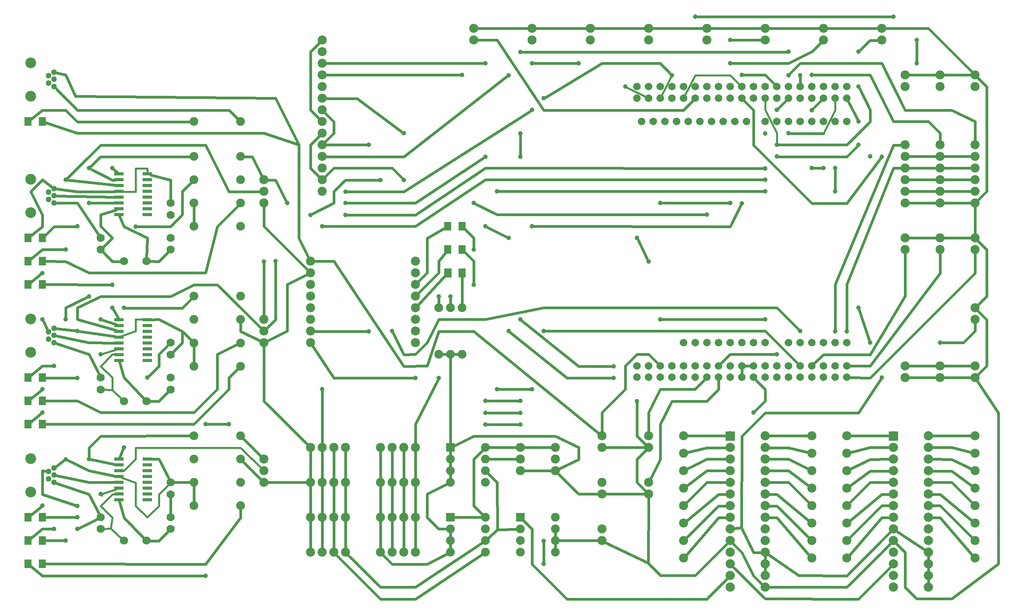
<source format=gtl>
G04 MADE WITH FRITZING*
G04 WWW.FRITZING.ORG*
G04 DOUBLE SIDED*
G04 HOLES PLATED*
G04 CONTOUR ON CENTER OF CONTOUR VECTOR*
%ASAXBY*%
%FSLAX23Y23*%
%MOIN*%
%OFA0B0*%
%SFA1.0B1.0*%
%ADD10C,0.039370*%
%ADD11C,0.078000*%
%ADD12C,0.079370*%
%ADD13C,0.075000*%
%ADD14C,0.065278*%
%ADD15C,0.077778*%
%ADD16C,0.049370*%
%ADD17C,0.092677*%
%ADD18C,0.070925*%
%ADD19C,0.070866*%
%ADD20C,0.070000*%
%ADD21R,0.079370X0.079370*%
%ADD22R,0.075000X0.075000*%
%ADD23R,0.080000X0.026000*%
%ADD24R,0.062992X0.074803*%
%ADD25C,0.024000*%
%ADD26C,0.016000*%
%LNCOPPER1*%
G90*
G70*
G54D10*
X518Y819D03*
X418Y619D03*
X918Y1419D03*
X618Y1319D03*
X318Y719D03*
X518Y719D03*
X518Y918D03*
X718Y1019D03*
X1617Y317D03*
X419Y1318D03*
X218Y919D03*
X7920Y2320D03*
X3919Y2817D03*
X3718Y2718D03*
X3919Y3119D03*
X3618Y2718D03*
X6318Y1719D03*
X6518Y2219D03*
X5319Y1818D03*
X2618Y1919D03*
X3620Y2018D03*
X3417Y2017D03*
X4518Y2419D03*
X6718Y2419D03*
X3218Y2419D03*
X3018Y2418D03*
X5517Y2519D03*
X6418Y2519D03*
X7318Y2319D03*
X7418Y2019D03*
X7220Y2619D03*
X7018Y2418D03*
X7119Y2418D03*
X6818Y4619D03*
X7419Y3918D03*
X7718Y4719D03*
X7718Y4919D03*
X7218Y4519D03*
X7220Y4819D03*
X4518Y4419D03*
X4418Y4319D03*
X5619Y4618D03*
X5218Y4519D03*
X4818Y4719D03*
X4418Y4719D03*
X4218Y4618D03*
X5119Y2018D03*
X4218Y2419D03*
X3018Y4019D03*
X4318Y2519D03*
X5119Y2118D03*
X4218Y3219D03*
X4018Y3319D03*
X3317Y3718D03*
X6518Y4019D03*
X7318Y3919D03*
X7219Y4219D03*
X7218Y4019D03*
X6518Y3919D03*
X6418Y3818D03*
X2119Y3018D03*
X2819Y3418D03*
X6618Y4119D03*
X6418Y3719D03*
X2218Y3019D03*
X2617Y3319D03*
X818Y2619D03*
X718Y2519D03*
X619Y2718D03*
X519Y2018D03*
X519Y2419D03*
X318Y2119D03*
X718Y2219D03*
X218Y2519D03*
X418Y2519D03*
X218Y1919D03*
X1118Y2019D03*
X218Y1719D03*
X1618Y1619D03*
X1818Y1619D03*
X418Y3719D03*
X218Y2918D03*
X618Y3519D03*
X818Y3819D03*
X918Y2619D03*
X818Y2818D03*
X1018Y3318D03*
X518Y3319D03*
X618Y3819D03*
X418Y3119D03*
X4019Y4719D03*
X4318Y4818D03*
X6718Y4618D03*
X6618Y4819D03*
X6618Y4618D03*
X6218Y4619D03*
X6118Y4919D03*
X5818Y5119D03*
X7519Y5119D03*
X6118Y4719D03*
X2818Y3519D03*
X4019Y3918D03*
X5518Y3519D03*
X6118Y3519D03*
X5318Y3219D03*
X5419Y3018D03*
X4019Y1618D03*
X4318Y1618D03*
X4318Y1718D03*
X4019Y1718D03*
X4019Y1819D03*
X4318Y1819D03*
X4118Y1919D03*
X4418Y1919D03*
X7018Y3819D03*
X7018Y3619D03*
X5918Y3419D03*
X3919Y3519D03*
X3119Y3718D03*
X2819Y3618D03*
X2318Y3519D03*
X2519Y3418D03*
X6918Y3819D03*
X6819Y3819D03*
X6418Y3619D03*
X3318Y4119D03*
X4118Y3619D03*
X6819Y4318D03*
X6518Y4319D03*
X6418Y4118D03*
X6218Y3518D03*
X4319Y3918D03*
X4418Y3319D03*
X4319Y4118D03*
X3818Y4619D03*
X4518Y419D03*
X4518Y618D03*
G54D11*
X7918Y4019D03*
X7918Y3919D03*
X7918Y3819D03*
X7918Y3719D03*
X7918Y3619D03*
X7918Y3519D03*
X8218Y4019D03*
X8218Y3919D03*
X8218Y3819D03*
X8218Y3719D03*
X8218Y3619D03*
X8218Y3519D03*
X7618Y4019D03*
X7618Y3919D03*
X7618Y3819D03*
X7618Y3719D03*
X7618Y3619D03*
X7618Y3519D03*
X2118Y1319D03*
X2118Y1219D03*
X2118Y1119D03*
X2118Y2519D03*
X2118Y2419D03*
X2118Y2319D03*
X2118Y3719D03*
X2118Y3619D03*
X2118Y3519D03*
X2618Y4919D03*
X2618Y4819D03*
X2618Y4719D03*
X2618Y4619D03*
X2618Y4519D03*
X2618Y4419D03*
X2618Y4319D03*
X2618Y4219D03*
X2618Y4119D03*
X2618Y4019D03*
X2618Y3919D03*
X2618Y3819D03*
X2618Y3719D03*
X2618Y3619D03*
X5418Y4919D03*
X5418Y5019D03*
X7918Y4519D03*
X7918Y4619D03*
X8218Y3119D03*
X8218Y3219D03*
X8218Y4519D03*
X8218Y4619D03*
X7918Y3119D03*
X7918Y3219D03*
X6418Y4919D03*
X6418Y5019D03*
X7418Y4919D03*
X7418Y5019D03*
X7618Y4519D03*
X7618Y4619D03*
X8218Y2519D03*
X8218Y2619D03*
X5418Y1119D03*
X5418Y1019D03*
X5418Y1519D03*
X5418Y1419D03*
X5918Y4919D03*
X5918Y5019D03*
X4918Y4919D03*
X4918Y5019D03*
X6918Y4919D03*
X6918Y5019D03*
X4418Y4919D03*
X4418Y5019D03*
X3918Y4919D03*
X3918Y5019D03*
G54D12*
X7518Y1519D03*
X7818Y1519D03*
X7518Y1419D03*
X7818Y1419D03*
X7518Y1319D03*
X7818Y1319D03*
X7518Y1219D03*
X7818Y1219D03*
X7518Y1119D03*
X7818Y1119D03*
X7518Y1019D03*
X7818Y1019D03*
X7518Y919D03*
X7818Y919D03*
X7518Y819D03*
X7818Y819D03*
X7518Y719D03*
X7818Y719D03*
X7518Y619D03*
X7818Y619D03*
X7518Y519D03*
X7818Y519D03*
X7518Y419D03*
X7818Y419D03*
X7518Y319D03*
X7818Y319D03*
X7518Y219D03*
X7818Y219D03*
X6118Y1519D03*
X6418Y1519D03*
X6118Y1419D03*
X6418Y1419D03*
X6118Y1319D03*
X6418Y1319D03*
X6118Y1219D03*
X6418Y1219D03*
X6118Y1119D03*
X6418Y1119D03*
X6118Y1019D03*
X6418Y1019D03*
X6118Y919D03*
X6418Y919D03*
X6118Y819D03*
X6418Y819D03*
X6118Y719D03*
X6418Y719D03*
X6118Y619D03*
X6418Y619D03*
X6118Y519D03*
X6418Y519D03*
X6118Y419D03*
X6418Y419D03*
X6118Y319D03*
X6418Y319D03*
X6118Y219D03*
X6418Y219D03*
G54D11*
X8218Y1519D03*
X8218Y1369D03*
X8218Y1219D03*
X8218Y1069D03*
X8218Y919D03*
X8218Y769D03*
X8218Y619D03*
X8218Y469D03*
X7118Y1519D03*
X7118Y1369D03*
X7118Y1219D03*
X7118Y1069D03*
X7118Y919D03*
X7118Y769D03*
X7118Y619D03*
X7118Y469D03*
X6818Y1519D03*
X6818Y1369D03*
X6818Y1219D03*
X6818Y1069D03*
X6818Y919D03*
X6818Y769D03*
X6818Y619D03*
X6818Y469D03*
X5718Y1519D03*
X5718Y1369D03*
X5718Y1219D03*
X5718Y1069D03*
X5718Y919D03*
X5718Y769D03*
X5718Y619D03*
X5718Y469D03*
G54D13*
X4318Y819D03*
X4618Y819D03*
X4318Y719D03*
X4618Y719D03*
X4318Y619D03*
X4618Y619D03*
X4318Y519D03*
X4618Y519D03*
X3718Y819D03*
X4018Y819D03*
X3718Y719D03*
X4018Y719D03*
X3718Y619D03*
X4018Y619D03*
X3718Y519D03*
X4018Y519D03*
X3718Y1419D03*
X4018Y1419D03*
X3718Y1319D03*
X4018Y1319D03*
X3718Y1219D03*
X4018Y1219D03*
X3718Y1119D03*
X4018Y1119D03*
G54D11*
X4618Y1419D03*
X4618Y1319D03*
X4618Y1219D03*
X4318Y1419D03*
X4318Y1319D03*
X4318Y1219D03*
X7618Y3119D03*
X7618Y3219D03*
G54D13*
X3618Y2619D03*
X3618Y2219D03*
X3718Y2619D03*
X3718Y2219D03*
X3818Y2619D03*
X3818Y2219D03*
X1518Y4219D03*
X1918Y4219D03*
G54D11*
X7618Y2119D03*
X7618Y2019D03*
X8218Y2119D03*
X8218Y2019D03*
X7918Y2119D03*
X7918Y2019D03*
X5018Y719D03*
X5018Y619D03*
X5018Y1119D03*
X5018Y1019D03*
X5018Y1519D03*
X5018Y1419D03*
G54D14*
X6717Y2319D03*
X6817Y2319D03*
X6917Y2319D03*
X7017Y2319D03*
X7117Y2319D03*
X6257Y4219D03*
X6157Y4219D03*
X6057Y4219D03*
X5957Y4219D03*
X5857Y4219D03*
X5757Y4219D03*
X5657Y4219D03*
X5557Y4219D03*
X5457Y4219D03*
X5357Y4219D03*
X7117Y4219D03*
X7017Y4219D03*
X6917Y4219D03*
X6817Y4219D03*
X6717Y4219D03*
X6617Y4219D03*
X6517Y4219D03*
X6417Y4219D03*
X5817Y2319D03*
X5717Y2319D03*
X5917Y2319D03*
X6017Y2319D03*
X6117Y2319D03*
X6217Y2319D03*
X6317Y2319D03*
X6417Y2319D03*
X6617Y2319D03*
X5318Y2120D03*
X5418Y2120D03*
X5518Y2120D03*
X5618Y2120D03*
X5718Y2120D03*
X5818Y2120D03*
X5918Y2120D03*
X6018Y2120D03*
X6118Y2120D03*
X6218Y2120D03*
X6318Y2120D03*
X6418Y2120D03*
X6518Y2120D03*
X6618Y2120D03*
X6718Y2120D03*
X6818Y2120D03*
X6918Y2120D03*
X7018Y2120D03*
X7118Y2120D03*
X5318Y2022D03*
X5418Y2022D03*
X5518Y2022D03*
X5618Y2022D03*
X5718Y2022D03*
X5818Y2022D03*
X5918Y2022D03*
X6018Y2022D03*
X6118Y2022D03*
X6218Y2022D03*
X6318Y2022D03*
X6418Y2022D03*
X6518Y2022D03*
X6618Y2022D03*
X6718Y2022D03*
X6818Y2022D03*
X6918Y2022D03*
X7018Y2022D03*
X7118Y2022D03*
X5318Y4520D03*
X5418Y4520D03*
X5518Y4520D03*
X5618Y4520D03*
X5718Y4520D03*
X5818Y4520D03*
X5918Y4520D03*
X6018Y4520D03*
X6118Y4520D03*
X6218Y4520D03*
X6318Y4520D03*
X6418Y4520D03*
X6518Y4520D03*
X6618Y4520D03*
X6718Y4520D03*
X6818Y4520D03*
X6918Y4520D03*
X7018Y4520D03*
X7118Y4520D03*
X5318Y4419D03*
X5418Y4419D03*
X5518Y4419D03*
X5618Y4419D03*
X5718Y4419D03*
X5818Y4419D03*
X5918Y4419D03*
X6018Y4419D03*
X6118Y4419D03*
X6218Y4419D03*
X6318Y4419D03*
X6418Y4419D03*
X6518Y4419D03*
X6618Y4419D03*
X6718Y4419D03*
X6818Y4419D03*
X6918Y4419D03*
X7018Y4419D03*
X7118Y4419D03*
G54D15*
X3418Y2319D03*
X3418Y2419D03*
X3418Y2519D03*
X3418Y2619D03*
X3418Y2719D03*
X3418Y2819D03*
X3418Y2919D03*
X3418Y3019D03*
X2518Y3019D03*
X2518Y2919D03*
X2518Y2819D03*
X2518Y2719D03*
X2518Y2619D03*
X2518Y2519D03*
X2518Y2419D03*
X2518Y2319D03*
G54D16*
X318Y1244D03*
X318Y1182D03*
X318Y1119D03*
X271Y1213D03*
X271Y1150D03*
G54D17*
X117Y1038D03*
X117Y1325D03*
G54D16*
X318Y2444D03*
X318Y2382D03*
X318Y2319D03*
X271Y2413D03*
X271Y2350D03*
G54D17*
X117Y2238D03*
X117Y2525D03*
G54D16*
X318Y3644D03*
X318Y3582D03*
X318Y3519D03*
X271Y3613D03*
X271Y3550D03*
G54D17*
X117Y3438D03*
X117Y3725D03*
G54D16*
X318Y4644D03*
X318Y4582D03*
X318Y4519D03*
X271Y4613D03*
X271Y4550D03*
G54D17*
X117Y4438D03*
X117Y4725D03*
G54D11*
X2818Y519D03*
X2718Y519D03*
X2618Y519D03*
X2518Y519D03*
X3418Y519D03*
X3318Y519D03*
X3218Y519D03*
X3118Y519D03*
X2818Y819D03*
X2718Y819D03*
X2618Y819D03*
X2518Y819D03*
X3418Y819D03*
X3318Y819D03*
X3218Y819D03*
X3118Y819D03*
X2818Y1119D03*
X2718Y1119D03*
X2618Y1119D03*
X2518Y1119D03*
X3418Y1119D03*
X3318Y1119D03*
X3218Y1119D03*
X3118Y1119D03*
X2818Y1419D03*
X2718Y1419D03*
X2618Y1419D03*
X2518Y1419D03*
X3418Y1419D03*
X3318Y1419D03*
X3218Y1419D03*
X3118Y1419D03*
G54D18*
X1111Y619D03*
G54D19*
X918Y619D03*
G54D18*
X1112Y1818D03*
G54D19*
X918Y1818D03*
G54D18*
X1112Y3019D03*
G54D19*
X918Y3019D03*
G54D20*
X1318Y1018D03*
X1318Y1119D03*
X718Y819D03*
X718Y719D03*
X1318Y819D03*
X1318Y719D03*
X1318Y2319D03*
X1318Y2218D03*
X1318Y2019D03*
X1318Y1918D03*
X718Y2019D03*
X718Y1918D03*
X1318Y3418D03*
X1318Y3519D03*
X1318Y3219D03*
X1318Y3119D03*
X718Y3219D03*
X718Y3119D03*
G54D13*
X1518Y1319D03*
X1918Y1319D03*
X1518Y2519D03*
X1918Y2519D03*
X1518Y3719D03*
X1918Y3719D03*
X1518Y1519D03*
X1918Y1519D03*
X1518Y2719D03*
X1918Y2719D03*
X1518Y3919D03*
X1918Y3919D03*
X1518Y1119D03*
X1918Y1119D03*
X1518Y2318D03*
X1918Y2318D03*
X1518Y3519D03*
X1918Y3519D03*
X1518Y919D03*
X1918Y919D03*
X1518Y2118D03*
X1918Y2118D03*
X1518Y3319D03*
X1918Y3319D03*
G54D21*
X7518Y1518D03*
X6118Y1518D03*
G54D22*
X4318Y819D03*
X3718Y819D03*
X3718Y1419D03*
G54D23*
X876Y1319D03*
X876Y1269D03*
X876Y1219D03*
X876Y1169D03*
X876Y1119D03*
X876Y1069D03*
X876Y1019D03*
X876Y969D03*
X1118Y969D03*
X1118Y1019D03*
X1118Y1069D03*
X1118Y1119D03*
X1118Y1169D03*
X1118Y1219D03*
X1118Y1269D03*
X1118Y1319D03*
X876Y2518D03*
X876Y2468D03*
X876Y2418D03*
X876Y2368D03*
X876Y2318D03*
X876Y2268D03*
X876Y2218D03*
X876Y2168D03*
X1118Y2168D03*
X1118Y2218D03*
X1118Y2268D03*
X1118Y2318D03*
X1118Y2368D03*
X1118Y2418D03*
X1118Y2468D03*
X1118Y2518D03*
X876Y3769D03*
X876Y3719D03*
X876Y3669D03*
X876Y3619D03*
X876Y3569D03*
X876Y3519D03*
X876Y3469D03*
X876Y3419D03*
X1118Y3419D03*
X1118Y3469D03*
X1118Y3519D03*
X1118Y3569D03*
X1118Y3619D03*
X1118Y3669D03*
X1118Y3719D03*
X1118Y3769D03*
G54D24*
X218Y819D03*
X96Y819D03*
X96Y619D03*
X218Y619D03*
X96Y419D03*
X218Y419D03*
X96Y1819D03*
X218Y1819D03*
X3818Y3319D03*
X3696Y3319D03*
X3818Y3119D03*
X3696Y3119D03*
X96Y4219D03*
X218Y4219D03*
X218Y2019D03*
X96Y2019D03*
X96Y1619D03*
X218Y1619D03*
X96Y2819D03*
X218Y2819D03*
X96Y3019D03*
X218Y3019D03*
X218Y3219D03*
X96Y3219D03*
G54D25*
X8188Y2119D02*
X7948Y2119D01*
D02*
X7888Y3519D02*
X7648Y3519D01*
D02*
X8188Y3219D02*
X7948Y3219D01*
D02*
X7888Y3219D02*
X7648Y3219D01*
D02*
X7648Y2019D02*
X7888Y2019D01*
D02*
X8319Y3119D02*
X8319Y2718D01*
D02*
X8319Y2718D02*
X8240Y2640D01*
D02*
X8240Y3197D02*
X8319Y3119D01*
D02*
X8188Y2019D02*
X7948Y2019D01*
D02*
X8319Y2518D02*
X8240Y2597D01*
D02*
X8319Y2119D02*
X8319Y2518D01*
D02*
X8240Y2040D02*
X8319Y2119D01*
D02*
X7648Y2119D02*
X7888Y2119D01*
D02*
X8188Y4619D02*
X7948Y4619D01*
D02*
X7888Y4619D02*
X7648Y4619D01*
D02*
X7388Y5019D02*
X6948Y5019D01*
D02*
X6888Y5019D02*
X6448Y5019D01*
D02*
X8218Y3249D02*
X8218Y3488D01*
D02*
X8188Y3519D02*
X7948Y3519D01*
D02*
X8235Y1993D02*
X8419Y1717D01*
D02*
X7618Y218D02*
X7619Y519D01*
D02*
X7619Y519D02*
X7540Y597D01*
D02*
X7718Y119D02*
X7618Y218D01*
D02*
X8018Y119D02*
X7718Y119D01*
D02*
X8419Y419D02*
X8018Y119D01*
D02*
X7119Y219D02*
X7418Y518D01*
D02*
X7418Y518D02*
X7496Y597D01*
D02*
X8018Y1217D02*
X7849Y1218D01*
D02*
X8194Y1086D02*
X8018Y1217D01*
D02*
X8018Y1318D02*
X7849Y1319D01*
D02*
X8191Y1232D02*
X8018Y1318D01*
D02*
X8018Y1420D02*
X7849Y1419D01*
D02*
X8189Y1376D02*
X8018Y1420D01*
D02*
X8188Y1519D02*
X7849Y1519D01*
D02*
X7017Y219D02*
X7119Y219D01*
D02*
X6449Y219D02*
X7017Y219D01*
D02*
X8419Y1717D02*
X8419Y419D01*
D02*
X8319Y3620D02*
X8318Y4520D01*
D02*
X8318Y4520D02*
X8240Y4597D01*
D02*
X8239Y3540D02*
X8319Y3620D01*
D02*
X7818Y5019D02*
X7448Y5019D01*
D02*
X8197Y4640D02*
X7818Y5019D01*
D02*
X7318Y1119D02*
X7140Y940D01*
D02*
X7487Y1119D02*
X7318Y1119D01*
D02*
X7318Y1217D02*
X7142Y1087D01*
D02*
X7487Y1218D02*
X7318Y1217D01*
D02*
X7318Y1318D02*
X7145Y1232D01*
D02*
X7487Y1319D02*
X7318Y1318D01*
D02*
X7318Y1420D02*
X7147Y1376D01*
D02*
X7487Y1419D02*
X7318Y1420D01*
D02*
X7148Y1519D02*
X7487Y1519D01*
D02*
X7917Y818D02*
X7849Y818D01*
D02*
X8199Y491D02*
X7917Y818D01*
D02*
X7917Y919D02*
X7849Y919D01*
D02*
X8197Y640D02*
X7917Y919D01*
D02*
X7918Y1018D02*
X7849Y1018D01*
D02*
X8195Y788D02*
X7918Y1018D01*
D02*
X8018Y1119D02*
X7849Y1119D01*
D02*
X8197Y940D02*
X8018Y1119D01*
D02*
X6706Y320D02*
X6444Y501D01*
D02*
X7496Y697D02*
X7418Y619D01*
D02*
X7119Y317D02*
X6706Y320D01*
D02*
X7418Y619D02*
X7119Y317D01*
D02*
X7419Y818D02*
X7487Y818D01*
D02*
X7138Y491D02*
X7419Y818D01*
D02*
X7419Y919D02*
X7487Y919D01*
D02*
X7140Y640D02*
X7419Y919D01*
D02*
X7818Y249D02*
X7818Y288D01*
D02*
X7818Y349D02*
X7818Y388D01*
D02*
X7818Y449D02*
X7818Y488D01*
D02*
X7418Y1018D02*
X7141Y788D01*
D02*
X7487Y1018D02*
X7418Y1018D01*
D02*
X6519Y1018D02*
X6449Y1018D01*
D02*
X6795Y788D02*
X6519Y1018D01*
D02*
X6619Y1119D02*
X6449Y1119D01*
D02*
X6797Y940D02*
X6619Y1119D01*
D02*
X6619Y1219D02*
X6449Y1219D01*
D02*
X6794Y1087D02*
X6619Y1219D01*
D02*
X6619Y1320D02*
X6449Y1319D01*
D02*
X6791Y1232D02*
X6619Y1320D01*
D02*
X6619Y1418D02*
X6449Y1418D01*
D02*
X6789Y1376D02*
X6619Y1418D01*
D02*
X6788Y1519D02*
X6449Y1519D01*
D02*
X6019Y1018D02*
X5741Y788D01*
D02*
X6087Y1018D02*
X6019Y1018D01*
D02*
X5918Y1119D02*
X5740Y940D01*
D02*
X6087Y1119D02*
X5918Y1119D01*
D02*
X5918Y1219D02*
X5742Y1087D01*
D02*
X6087Y1219D02*
X5918Y1219D01*
D02*
X5918Y1320D02*
X5745Y1232D01*
D02*
X6087Y1319D02*
X5918Y1320D01*
D02*
X5918Y1418D02*
X5747Y1376D01*
D02*
X6087Y1418D02*
X5918Y1418D01*
D02*
X6087Y1519D02*
X5748Y1519D01*
D02*
X6519Y817D02*
X6449Y818D01*
D02*
X6799Y491D02*
X6519Y817D01*
D02*
X6519Y918D02*
X6449Y918D01*
D02*
X6797Y640D02*
X6519Y918D01*
D02*
X6396Y240D02*
X6319Y317D01*
D02*
X6087Y818D02*
X6018Y818D01*
D02*
X6217Y518D02*
X6140Y597D01*
D02*
X6018Y818D02*
X5738Y491D01*
D02*
X6319Y317D02*
X6217Y518D01*
D02*
X5817Y319D02*
X5519Y319D01*
D02*
X5519Y319D02*
X5414Y427D01*
D02*
X5414Y427D02*
X5418Y988D01*
D02*
X6096Y597D02*
X5817Y319D01*
D02*
X6019Y918D02*
X5740Y640D01*
D02*
X6087Y918D02*
X6019Y918D01*
D02*
X6418Y449D02*
X6418Y488D01*
D02*
X6318Y518D02*
X6216Y730D01*
D02*
X6216Y730D02*
X6149Y722D01*
D02*
X6387Y518D02*
X6318Y518D01*
D02*
X4418Y418D02*
X4418Y719D01*
D02*
X4418Y719D02*
X4339Y798D01*
D02*
X4719Y118D02*
X4418Y418D01*
D02*
X5917Y118D02*
X4719Y118D01*
D02*
X6096Y297D02*
X5917Y118D01*
D02*
X7219Y118D02*
X7497Y397D01*
D02*
X6418Y119D02*
X7219Y118D01*
D02*
X6140Y397D02*
X6418Y119D01*
D02*
X7793Y536D02*
X7544Y701D01*
D02*
X6418Y349D02*
X6418Y388D01*
D02*
X4640Y1197D02*
X4818Y1019D01*
D02*
X4818Y1019D02*
X4988Y1019D01*
D02*
X5414Y427D02*
X5045Y605D01*
D02*
X5388Y1019D02*
X5048Y1019D01*
D02*
X4647Y619D02*
X4988Y619D01*
D02*
X4618Y647D02*
X4618Y690D01*
D02*
X4618Y547D02*
X4618Y590D01*
D02*
X6018Y1919D02*
X6018Y1990D01*
D02*
X5817Y1919D02*
X5896Y1999D01*
D02*
X5518Y1919D02*
X5817Y1919D01*
D02*
X5518Y1619D02*
X5619Y1818D01*
D02*
X5418Y1549D02*
X5419Y1719D01*
D02*
X5419Y1719D02*
X5518Y1919D01*
D02*
X5518Y1318D02*
X5518Y1619D01*
D02*
X5619Y1818D02*
X5918Y1818D01*
D02*
X5432Y1145D02*
X5518Y1318D01*
D02*
X5918Y1818D02*
X6018Y1919D01*
D02*
X5319Y1320D02*
X5397Y1397D01*
D02*
X5319Y1119D02*
X5319Y1320D01*
D02*
X5397Y1040D02*
X5319Y1119D01*
D02*
X5048Y1419D02*
X5319Y1419D01*
D02*
X5319Y1419D02*
X5388Y1419D01*
D02*
X3718Y647D02*
X3718Y690D01*
D02*
X4588Y1219D02*
X4348Y1219D01*
D02*
X3918Y1319D02*
X3918Y918D01*
D02*
X3918Y918D02*
X3998Y839D01*
D02*
X3998Y1398D02*
X3918Y1319D01*
D02*
X4047Y1319D02*
X4288Y1319D01*
D02*
X4047Y1419D02*
X4288Y1419D01*
D02*
X4348Y1419D02*
X4588Y1419D01*
D02*
X3718Y547D02*
X3718Y590D01*
D02*
X3418Y1088D02*
X3418Y849D01*
D02*
X3418Y788D02*
X3418Y549D01*
D02*
X3790Y2219D02*
X3747Y2219D01*
D02*
X3690Y2219D02*
X3647Y2219D01*
D02*
X3718Y2190D02*
X3718Y1447D01*
D02*
X3718Y1390D02*
X3718Y1347D01*
D02*
X3718Y1290D02*
X3718Y1247D01*
D02*
X3718Y1190D02*
X3718Y1147D01*
D02*
X3118Y549D02*
X3118Y788D01*
D02*
X3418Y118D02*
X3994Y503D01*
D02*
X2818Y788D02*
X2818Y549D01*
D02*
X3118Y219D02*
X3418Y219D01*
D02*
X3418Y219D02*
X3994Y603D01*
D02*
X2840Y497D02*
X3118Y219D01*
D02*
X3118Y1088D02*
X3118Y849D01*
D02*
X2518Y788D02*
X2518Y549D01*
D02*
X2740Y497D02*
X3118Y118D01*
D02*
X3118Y118D02*
X3418Y118D01*
D02*
X3218Y418D02*
X3139Y497D01*
D02*
X3519Y418D02*
X3218Y418D01*
D02*
X3693Y506D02*
X3519Y418D01*
D02*
X4122Y713D02*
X4290Y718D01*
D02*
X4122Y713D02*
X4039Y638D01*
D02*
X4118Y1119D02*
X4122Y713D01*
D02*
X4038Y1198D02*
X4118Y1119D01*
D02*
X2818Y1388D02*
X2818Y1218D01*
D02*
X2818Y1218D02*
X2818Y1149D01*
D02*
X2818Y1088D02*
X2818Y849D01*
D02*
X2718Y549D02*
X2718Y788D01*
D02*
X2718Y849D02*
X2718Y1088D01*
D02*
X2718Y1149D02*
X2718Y1388D01*
D02*
X2518Y1388D02*
X2518Y1149D01*
D02*
X2518Y1088D02*
X2518Y849D01*
D02*
X3118Y1388D02*
X3118Y1149D01*
D02*
X3418Y1388D02*
X3418Y1149D01*
D02*
X3318Y549D02*
X3318Y788D01*
D02*
X3318Y849D02*
X3318Y1088D01*
D02*
X3318Y1149D02*
X3318Y1388D01*
D02*
X3218Y549D02*
X3218Y788D01*
D02*
X3218Y849D02*
X3218Y1088D01*
D02*
X3218Y1149D02*
X3218Y1388D01*
D02*
X2618Y549D02*
X2618Y788D01*
D02*
X2618Y849D02*
X2618Y1088D01*
D02*
X2618Y1149D02*
X2618Y1388D01*
D02*
X3519Y818D02*
X3618Y719D01*
D02*
X3519Y1019D02*
X3519Y818D01*
D02*
X3693Y1106D02*
X3519Y1019D01*
D02*
X3618Y719D02*
X3690Y719D01*
D02*
X3990Y819D02*
X3747Y819D01*
D02*
X1318Y992D02*
X1318Y845D01*
D02*
X1219Y618D02*
X1138Y618D01*
D02*
X1300Y700D02*
X1219Y618D01*
D02*
X2097Y1140D02*
X1938Y1298D01*
D02*
X2119Y1818D02*
X2118Y2288D01*
D02*
X2497Y1440D02*
X2119Y1818D01*
D02*
X2488Y1119D02*
X2148Y1119D01*
D02*
X4818Y1419D02*
X4818Y1318D01*
D02*
X4818Y1318D02*
X4645Y1232D01*
D02*
X4619Y1518D02*
X4818Y1419D01*
D02*
X3919Y1518D02*
X4619Y1518D01*
D02*
X3744Y1431D02*
X3919Y1518D01*
D02*
X1490Y1119D02*
X1344Y1119D01*
D02*
X1518Y1090D02*
X1518Y947D01*
G54D26*
D02*
X804Y724D02*
X739Y720D01*
D02*
X818Y1018D02*
X718Y918D01*
D02*
X718Y918D02*
X818Y818D01*
D02*
X818Y818D02*
X804Y724D01*
D02*
X804Y724D02*
X903Y633D01*
D02*
X842Y1018D02*
X818Y1018D01*
G54D25*
D02*
X878Y961D02*
X919Y818D01*
D02*
X919Y818D02*
X1093Y638D01*
D02*
X403Y1307D02*
X341Y1261D01*
D02*
X618Y1219D02*
X436Y1310D01*
D02*
X842Y1175D02*
X618Y1219D01*
D02*
X1218Y1319D02*
X1307Y1142D01*
D02*
X1153Y1319D02*
X1218Y1319D01*
D02*
X2097Y1340D02*
X1938Y1498D01*
D02*
X618Y1338D02*
X618Y1418D01*
D02*
X618Y1418D02*
X718Y1518D01*
D02*
X718Y1518D02*
X1490Y1519D01*
D02*
X842Y1275D02*
X636Y1316D01*
D02*
X618Y1018D02*
X345Y1110D01*
D02*
X707Y842D02*
X618Y1018D01*
D02*
X346Y1176D02*
X618Y1119D01*
D02*
X618Y1119D02*
X842Y1119D01*
D02*
X910Y1401D02*
X879Y1326D01*
D02*
X399Y619D02*
X244Y619D01*
D02*
X499Y819D02*
X244Y819D01*
D02*
X1618Y418D02*
X244Y419D01*
D02*
X1918Y818D02*
X1618Y418D01*
D02*
X1918Y890D02*
X1918Y818D01*
D02*
X217Y719D02*
X122Y640D01*
D02*
X299Y719D02*
X217Y719D01*
D02*
X218Y1118D02*
X218Y1219D01*
D02*
X218Y1219D02*
X243Y1216D01*
D02*
X218Y1018D02*
X218Y1118D01*
D02*
X500Y924D02*
X218Y1018D01*
D02*
X695Y807D02*
X535Y727D01*
G54D26*
D02*
X1018Y1319D02*
X918Y1219D01*
G54D25*
D02*
X7318Y2018D02*
X7149Y2021D01*
D02*
X8219Y2918D02*
X7318Y2018D01*
D02*
X122Y840D02*
X204Y906D01*
G54D26*
D02*
X1918Y1418D02*
X1718Y1418D01*
D02*
X918Y1219D02*
X911Y1219D01*
D02*
X1718Y1418D02*
X1318Y1418D01*
D02*
X1318Y1418D02*
X1019Y1418D01*
D02*
X1019Y1418D02*
X1018Y1319D01*
D02*
X2101Y1236D02*
X1918Y1418D01*
G54D25*
D02*
X218Y317D02*
X122Y397D01*
D02*
X1598Y317D02*
X218Y317D01*
D02*
X8218Y2420D02*
X8118Y2320D01*
D02*
X8218Y2488D02*
X8218Y2420D01*
D02*
X6918Y2218D02*
X6840Y2142D01*
D02*
X7318Y2218D02*
X6918Y2218D01*
D02*
X7618Y3088D02*
X7619Y2719D01*
D02*
X7619Y2719D02*
X7318Y2218D01*
D02*
X7920Y2918D02*
X7318Y2119D01*
D02*
X7918Y3088D02*
X7920Y2918D01*
D02*
X7318Y2119D02*
X7149Y2120D01*
D02*
X8218Y3088D02*
X8219Y2918D01*
D02*
X4388Y5019D02*
X3948Y5019D01*
D02*
X8188Y3919D02*
X7948Y3919D01*
D02*
X7888Y3919D02*
X7648Y3919D01*
D02*
X8188Y3819D02*
X7948Y3819D01*
D02*
X7888Y3819D02*
X7648Y3819D01*
D02*
X8188Y3719D02*
X7948Y3719D01*
D02*
X7888Y3719D02*
X7648Y3719D01*
D02*
X8188Y3619D02*
X7948Y3619D01*
D02*
X7888Y3619D02*
X7648Y3619D01*
D02*
X8118Y2320D02*
X7939Y2320D01*
D02*
X3919Y3218D02*
X3844Y3293D01*
D02*
X3919Y3137D02*
X3919Y3218D01*
D02*
X3618Y2647D02*
X3618Y2699D01*
D02*
X3718Y2699D02*
X3718Y2647D01*
D02*
X3919Y3019D02*
X3919Y2836D01*
D02*
X3844Y3093D02*
X3919Y3019D01*
D02*
X3818Y2887D02*
X3818Y2647D01*
D02*
X6388Y5019D02*
X5948Y5019D01*
D02*
X5888Y5019D02*
X5448Y5019D01*
D02*
X5388Y5019D02*
X4948Y5019D01*
D02*
X4888Y5019D02*
X4448Y5019D01*
D02*
X418Y4619D02*
X345Y4638D01*
D02*
X2419Y3217D02*
X2505Y3045D01*
D02*
X518Y4318D02*
X338Y4499D01*
D02*
X1819Y4318D02*
X518Y4318D01*
D02*
X1898Y4239D02*
X1819Y4318D01*
D02*
X501Y4437D02*
X418Y4619D01*
D02*
X501Y4437D02*
X2219Y4420D01*
D02*
X2219Y4420D02*
X2419Y4019D01*
D02*
X2419Y4019D02*
X2419Y3217D01*
D02*
X2317Y2419D02*
X2317Y2819D01*
D02*
X2317Y2819D02*
X2492Y2906D01*
D02*
X2145Y2332D02*
X2317Y2419D01*
D02*
X2118Y3319D02*
X2118Y3488D01*
D02*
X2498Y2939D02*
X2118Y3319D01*
D02*
X3438Y2640D02*
X3670Y2891D01*
D02*
X3618Y3019D02*
X3618Y2919D01*
D02*
X3618Y2919D02*
X3439Y2739D01*
D02*
X3671Y3087D02*
X3618Y3019D01*
D02*
X3519Y3218D02*
X3670Y3304D01*
D02*
X3519Y2919D02*
X3519Y3218D01*
D02*
X3439Y2839D02*
X3519Y2919D01*
G54D26*
D02*
X818Y2019D02*
X718Y2118D01*
D02*
X718Y2118D02*
X818Y2219D01*
D02*
X818Y2219D02*
X842Y2219D01*
D02*
X820Y1913D02*
X818Y2019D01*
D02*
X903Y1833D02*
X820Y1913D01*
D02*
X820Y1913D02*
X739Y1917D01*
G54D25*
D02*
X1300Y1900D02*
X1219Y1818D01*
D02*
X1219Y1818D02*
X1138Y1818D01*
D02*
X919Y2020D02*
X878Y2161D01*
D02*
X1093Y1838D02*
X919Y2020D01*
D02*
X218Y4318D02*
X122Y4240D01*
D02*
X417Y4318D02*
X218Y4318D01*
D02*
X518Y4217D02*
X417Y4318D01*
D02*
X1490Y4218D02*
X518Y4217D01*
D02*
X518Y4119D02*
X244Y4210D01*
D02*
X2119Y4119D02*
X518Y4119D01*
D02*
X2419Y4019D02*
X2119Y4119D01*
D02*
X346Y2376D02*
X617Y2320D01*
D02*
X617Y2320D02*
X842Y2318D01*
D02*
X345Y2310D02*
X617Y2219D01*
D02*
X617Y2219D02*
X707Y2042D01*
D02*
X5218Y2119D02*
X5218Y1919D01*
D02*
X5218Y1919D02*
X5018Y1719D01*
D02*
X3518Y2119D02*
X3618Y2418D01*
D02*
X6418Y1918D02*
X6418Y1819D01*
D02*
X6418Y1819D02*
X6332Y1732D01*
D02*
X6340Y1999D02*
X6418Y1918D01*
D02*
X3918Y2418D02*
X4995Y1538D01*
D02*
X3618Y2418D02*
X3918Y2418D01*
D02*
X3317Y2118D02*
X3518Y2119D01*
D02*
X2717Y3019D02*
X3317Y2118D01*
D02*
X2547Y3019D02*
X2717Y3019D01*
D02*
X5419Y2219D02*
X5319Y2219D01*
D02*
X5319Y2219D02*
X5218Y2119D01*
D02*
X5496Y2142D02*
X5419Y2219D01*
D02*
X5018Y1719D02*
X5018Y1549D01*
D02*
X6040Y2142D02*
X6118Y2219D01*
D02*
X6118Y2219D02*
X6499Y2219D01*
D02*
X2519Y4820D02*
X2597Y4897D01*
D02*
X2519Y4318D02*
X2519Y4820D01*
D02*
X2597Y4240D02*
X2519Y4318D01*
D02*
X6218Y2053D02*
X6218Y2088D01*
D02*
X6287Y2120D02*
X6249Y2120D01*
D02*
X5319Y1518D02*
X5319Y1799D01*
D02*
X5397Y1440D02*
X5319Y1518D01*
D02*
X6418Y2419D02*
X6696Y2142D01*
D02*
X4537Y2419D02*
X6418Y2419D01*
D02*
X2534Y2294D02*
X2717Y2018D01*
D02*
X2717Y2018D02*
X3398Y2017D01*
D02*
X3611Y2001D02*
X3418Y1619D01*
D02*
X3418Y1619D02*
X3418Y1449D01*
D02*
X2618Y1449D02*
X2618Y1900D01*
D02*
X3518Y2319D02*
X3618Y2519D01*
D02*
X3317Y2218D02*
X3418Y2219D01*
D02*
X3418Y2219D02*
X3518Y2319D01*
D02*
X3618Y2519D02*
X4019Y2519D01*
D02*
X3227Y2401D02*
X3317Y2218D01*
D02*
X4019Y2519D02*
X4518Y2619D01*
D02*
X4518Y2619D02*
X6519Y2619D01*
D02*
X6519Y2619D02*
X6705Y2432D01*
D02*
X2547Y2418D02*
X2999Y2418D01*
D02*
X5536Y2519D02*
X6399Y2519D01*
D02*
X7018Y2819D02*
X7018Y2437D01*
D02*
X7220Y1718D02*
X7408Y2003D01*
D02*
X6418Y1718D02*
X7220Y1718D01*
D02*
X6218Y1518D02*
X6418Y1718D01*
D02*
X6216Y730D02*
X6218Y1518D01*
D02*
X7312Y2337D02*
X7225Y2601D01*
D02*
X6718Y4719D02*
X6631Y4632D01*
D02*
X7319Y4619D02*
X6837Y4619D01*
D02*
X7518Y4219D02*
X7319Y4619D01*
D02*
X7819Y4219D02*
X7518Y4219D01*
D02*
X7919Y4119D02*
X7819Y4219D01*
D02*
X8217Y4219D02*
X8018Y4318D01*
D02*
X7618Y4318D02*
X7419Y4719D01*
D02*
X7419Y4719D02*
X6718Y4719D01*
D02*
X8218Y4049D02*
X8217Y4219D01*
D02*
X8018Y4318D02*
X7618Y4318D01*
D02*
X7519Y3819D02*
X7588Y3819D01*
D02*
X7519Y4018D02*
X7018Y2819D01*
D02*
X7119Y2819D02*
X7519Y3819D01*
D02*
X7119Y2437D02*
X7119Y2819D01*
D02*
X7588Y4018D02*
X7519Y4018D01*
D02*
X7118Y3518D02*
X7407Y3902D01*
D02*
X6317Y4018D02*
X6818Y3518D01*
D02*
X7718Y4738D02*
X7718Y4900D01*
D02*
X4118Y4919D02*
X4518Y4318D01*
D02*
X4518Y4318D02*
X5718Y4318D01*
D02*
X3948Y4919D02*
X4118Y4919D01*
D02*
X5718Y4318D02*
X5796Y4396D01*
D02*
X6818Y3518D02*
X7118Y3518D01*
D02*
X6318Y4318D02*
X6317Y4018D01*
D02*
X6240Y4396D02*
X6318Y4318D01*
D02*
X7918Y4049D02*
X7919Y4119D01*
G54D26*
D02*
X6518Y4019D02*
X6519Y4119D01*
G54D25*
D02*
X2838Y3618D02*
X3318Y3618D01*
D02*
X6918Y4019D02*
X6719Y4019D01*
D02*
X6719Y4019D02*
X6537Y4019D01*
D02*
X7318Y4319D02*
X7318Y4218D01*
G54D26*
D02*
X6519Y4119D02*
X6418Y4319D01*
G54D25*
D02*
X7318Y4218D02*
X7118Y4019D01*
G54D26*
D02*
X6418Y4319D02*
X6418Y4393D01*
G54D25*
D02*
X4535Y4428D02*
X5017Y4719D01*
D02*
X3318Y3618D02*
X4402Y4308D01*
D02*
X5017Y4719D02*
X5518Y4719D01*
D02*
X5518Y4719D02*
X5606Y4631D01*
G54D26*
D02*
X5613Y4606D02*
X5530Y4441D01*
G54D25*
D02*
X6618Y4719D02*
X6137Y4719D01*
D02*
X6897Y4897D02*
X6819Y4819D01*
D02*
X6819Y4819D02*
X6618Y4719D01*
D02*
X7227Y4502D02*
X7318Y4319D01*
D02*
X7118Y4019D02*
X6918Y4019D01*
G54D26*
D02*
X6511Y4030D02*
X6518Y4019D01*
G54D25*
D02*
X7388Y4918D02*
X7318Y4918D01*
D02*
X7318Y4918D02*
X7233Y4832D01*
G54D26*
D02*
X5419Y4419D02*
X5430Y4441D01*
G54D25*
D02*
X4818Y2118D02*
X5100Y2118D01*
D02*
X4718Y2018D02*
X5100Y2018D01*
D02*
X4233Y2407D02*
X4718Y2018D01*
D02*
X2648Y4019D02*
X2999Y4019D01*
D02*
X3318Y3918D02*
X4203Y4606D01*
D02*
X4437Y4719D02*
X4799Y4719D01*
D02*
X2648Y3918D02*
X3318Y3918D01*
G54D26*
D02*
X5230Y4513D02*
X5419Y4419D01*
G54D25*
D02*
X3218Y3819D02*
X3304Y3732D01*
D02*
X2718Y3819D02*
X3218Y3819D01*
D02*
X7118Y3918D02*
X7205Y4005D01*
D02*
X3418Y3418D02*
X4019Y3819D01*
D02*
X2838Y3418D02*
X3418Y3418D01*
D02*
X4019Y3819D02*
X6399Y3818D01*
D02*
X6537Y3918D02*
X7118Y3918D01*
D02*
X2118Y2549D02*
X2119Y2999D01*
D02*
X7211Y4236D02*
X7132Y4391D01*
D02*
X4035Y3310D02*
X4201Y3227D01*
D02*
X4332Y2507D02*
X4818Y2118D01*
D02*
X2640Y3740D02*
X2718Y3819D01*
G54D26*
D02*
X7019Y4318D02*
X7018Y4393D01*
G54D25*
D02*
X1718Y2818D02*
X1917Y2620D01*
D02*
X1917Y2620D02*
X2097Y2440D01*
D02*
X1518Y2818D02*
X1718Y2818D01*
D02*
X1317Y2718D02*
X1518Y2818D01*
D02*
X717Y2718D02*
X1317Y2718D01*
D02*
X519Y2619D02*
X717Y2718D01*
D02*
X519Y2519D02*
X519Y2619D01*
D02*
X850Y2426D02*
X519Y2519D01*
D02*
X1918Y2490D02*
X1917Y2418D01*
D02*
X1917Y2418D02*
X2091Y2332D01*
D02*
X2218Y2518D02*
X2218Y3000D01*
D02*
X2636Y3319D02*
X3418Y3319D01*
D02*
X3418Y3319D02*
X4019Y3719D01*
D02*
X4019Y3719D02*
X6399Y3719D01*
D02*
X2140Y2440D02*
X2218Y2518D01*
G54D26*
D02*
X6918Y4118D02*
X7019Y4318D01*
G54D25*
D02*
X1418Y2319D02*
X1418Y2418D01*
D02*
X828Y2603D02*
X872Y2526D01*
D02*
X1418Y2418D02*
X1498Y2339D01*
D02*
X1337Y2237D02*
X1418Y2319D01*
D02*
X1518Y2147D02*
X1518Y2290D01*
D02*
X1817Y1919D02*
X1519Y1619D01*
D02*
X1717Y2220D02*
X1717Y1919D01*
D02*
X1717Y1919D02*
X1520Y1719D01*
D02*
X1520Y1719D02*
X719Y1719D01*
D02*
X719Y1719D02*
X518Y1819D01*
D02*
X1893Y2306D02*
X1717Y2220D01*
D02*
X518Y1819D02*
X244Y1819D01*
D02*
X1817Y2019D02*
X1817Y1919D01*
D02*
X1898Y2098D02*
X1817Y2019D01*
D02*
X1519Y1619D02*
X244Y1619D01*
D02*
X736Y2513D02*
X853Y2476D01*
D02*
X1219Y2519D02*
X1153Y2518D01*
D02*
X1418Y2418D02*
X1219Y2519D01*
D02*
X500Y2018D02*
X244Y2018D01*
D02*
X346Y2441D02*
X500Y2422D01*
D02*
X537Y2417D02*
X842Y2373D01*
D02*
X217Y2119D02*
X299Y2119D01*
D02*
X204Y1906D02*
X122Y1840D01*
D02*
X418Y2619D02*
X418Y2538D01*
D02*
X602Y2710D02*
X418Y2619D01*
D02*
X259Y2438D02*
X227Y2502D01*
G54D26*
D02*
X731Y2223D02*
X853Y2261D01*
G54D25*
D02*
X122Y2040D02*
X217Y2119D01*
D02*
X818Y3018D02*
X737Y3100D01*
D02*
X1300Y3100D02*
X1219Y3018D01*
D02*
X1219Y3018D02*
X1138Y3019D01*
D02*
X1799Y1619D02*
X1636Y1619D01*
D02*
X203Y1706D02*
X122Y1640D01*
G54D26*
D02*
X1018Y2519D02*
X1019Y2419D01*
D02*
X1084Y2519D02*
X1018Y2519D01*
D02*
X1019Y2419D02*
X897Y2376D01*
G54D25*
D02*
X1219Y2118D02*
X1132Y2033D01*
D02*
X1219Y2219D02*
X1219Y2118D01*
D02*
X1300Y2300D02*
X1219Y2219D01*
D02*
X718Y3319D02*
X818Y3219D01*
D02*
X818Y3219D02*
X737Y3137D01*
D02*
X852Y3461D02*
X718Y3419D01*
D02*
X718Y3419D02*
X718Y3319D01*
D02*
X346Y3519D02*
X518Y3519D01*
D02*
X518Y3519D02*
X704Y3240D01*
D02*
X1518Y3347D02*
X1518Y3490D01*
D02*
X892Y3018D02*
X818Y3018D01*
G54D26*
D02*
X1018Y3818D02*
X1119Y3818D01*
D02*
X1119Y3818D02*
X1118Y3776D01*
D02*
X1018Y3719D02*
X1018Y3818D01*
D02*
X1017Y3618D02*
X1018Y3719D01*
G54D25*
D02*
X619Y3917D02*
X718Y4018D01*
D02*
X432Y3732D02*
X619Y3917D01*
D02*
X1617Y4018D02*
X1819Y3618D01*
D02*
X1819Y3618D02*
X2088Y3618D01*
D02*
X842Y3672D02*
X437Y3716D01*
D02*
X718Y4018D02*
X1617Y4018D01*
D02*
X1119Y3219D02*
X1112Y3045D01*
D02*
X879Y3411D02*
X919Y3318D01*
D02*
X919Y3318D02*
X1119Y3219D01*
D02*
X637Y3519D02*
X842Y3519D01*
D02*
X203Y2906D02*
X122Y2840D01*
D02*
X346Y3581D02*
X842Y3569D01*
D02*
X346Y3641D02*
X518Y3618D01*
D02*
X518Y3618D02*
X842Y3618D01*
G54D26*
D02*
X911Y3618D02*
X1017Y3618D01*
G54D25*
D02*
X818Y3718D02*
X842Y3718D01*
D02*
X868Y3776D02*
X833Y3806D01*
D02*
X1318Y3545D02*
X1318Y3718D01*
D02*
X1318Y3718D02*
X1148Y3761D01*
D02*
X635Y3810D02*
X818Y3718D01*
D02*
X1498Y2698D02*
X1418Y2618D01*
D02*
X318Y3318D02*
X244Y3245D01*
D02*
X499Y3318D02*
X318Y3318D01*
D02*
X1319Y3318D02*
X1037Y3318D01*
D02*
X1418Y3419D02*
X1319Y3318D01*
D02*
X1498Y3698D02*
X1418Y3619D01*
D02*
X1418Y3619D02*
X1418Y3419D01*
D02*
X219Y3318D02*
X218Y3418D01*
D02*
X218Y3418D02*
X118Y3618D01*
D02*
X118Y3618D02*
X218Y3719D01*
D02*
X122Y3240D02*
X219Y3318D01*
D02*
X218Y3719D02*
X296Y3661D01*
D02*
X419Y3018D02*
X244Y3019D01*
D02*
X1618Y2919D02*
X619Y2919D01*
D02*
X1719Y3318D02*
X1618Y2919D01*
D02*
X1898Y3498D02*
X1719Y3318D01*
D02*
X619Y2919D02*
X419Y3018D01*
D02*
X799Y2818D02*
X244Y2819D01*
D02*
X1418Y2618D02*
X937Y2618D01*
D02*
X2720Y4120D02*
X2640Y4040D01*
D02*
X2720Y4218D02*
X2720Y4120D01*
D02*
X1947Y3918D02*
X2018Y3918D01*
D02*
X2018Y3918D02*
X2105Y3745D01*
D02*
X718Y3918D02*
X1490Y3918D01*
D02*
X632Y3832D02*
X718Y3918D01*
D02*
X219Y3119D02*
X399Y3119D01*
D02*
X122Y3040D02*
X219Y3119D01*
D02*
X6237Y4619D02*
X6418Y4619D01*
D02*
X6418Y4619D02*
X6496Y4542D01*
D02*
X6718Y4599D02*
X6718Y4551D01*
D02*
X6418Y4818D02*
X6599Y4818D01*
D02*
X4337Y4818D02*
X6418Y4818D01*
D02*
X2648Y4719D02*
X3319Y4719D01*
D02*
X3319Y4719D02*
X4000Y4719D01*
D02*
X2518Y3818D02*
X2597Y3740D01*
D02*
X2597Y4097D02*
X2517Y4019D01*
D02*
X2518Y4019D02*
X2518Y3818D01*
D02*
X2640Y4297D02*
X2720Y4218D01*
D02*
X7500Y5119D02*
X5837Y5119D01*
D02*
X6388Y4919D02*
X6137Y4919D01*
D02*
X3418Y3519D02*
X2837Y3519D01*
D02*
X4299Y1718D02*
X4038Y1718D01*
D02*
X4038Y1618D02*
X4299Y1618D01*
D02*
X5327Y3202D02*
X5410Y3035D01*
D02*
X4003Y3907D02*
X3418Y3519D01*
D02*
X6099Y3519D02*
X5537Y3519D01*
G54D26*
D02*
X5818Y4618D02*
X6119Y4618D01*
D02*
X5730Y4442D02*
X5818Y4618D01*
D02*
X6119Y4618D02*
X6200Y4538D01*
G54D25*
D02*
X2718Y3619D02*
X2718Y3519D01*
D02*
X2718Y3519D02*
X2536Y3427D01*
D02*
X2819Y3718D02*
X2718Y3619D01*
D02*
X3100Y3718D02*
X2819Y3718D01*
D02*
X2310Y3536D02*
X2219Y3718D01*
D02*
X2219Y3718D02*
X2148Y3718D01*
D02*
X5899Y3419D02*
X4118Y3419D01*
D02*
X4118Y3419D02*
X3936Y3510D01*
D02*
X6896Y4396D02*
X6832Y4332D01*
D02*
X4399Y1919D02*
X4137Y1919D01*
D02*
X4299Y1819D02*
X4038Y1819D01*
D02*
X6637Y4118D02*
X6918Y4118D01*
D02*
X6532Y4332D02*
X6596Y4396D01*
D02*
X2919Y4418D02*
X3303Y4131D01*
D02*
X4137Y3619D02*
X6399Y3619D01*
D02*
X6837Y3819D02*
X6899Y3819D01*
D02*
X2648Y4418D02*
X2919Y4418D01*
D02*
X7018Y3800D02*
X7018Y3637D01*
G54D26*
D02*
X853Y1061D02*
X718Y1018D01*
D02*
X718Y1018D02*
X727Y1008D01*
G54D25*
D02*
X4319Y4099D02*
X4319Y3937D01*
D02*
X6118Y3318D02*
X6209Y3501D01*
D02*
X4436Y3319D02*
X6118Y3318D01*
D02*
X2648Y4619D02*
X3799Y4619D01*
G54D26*
D02*
X1219Y918D02*
X1119Y819D01*
D02*
X1018Y918D02*
X1018Y1118D01*
D02*
X1119Y819D02*
X1018Y918D01*
D02*
X1018Y1118D02*
X897Y1161D01*
D02*
X1219Y1018D02*
X1219Y918D01*
D02*
X1304Y1104D02*
X1219Y1018D01*
G54D25*
D02*
X4518Y438D02*
X4518Y599D01*
G36*
X3787Y2881D02*
X3787Y2956D01*
X3850Y2956D01*
X3850Y2881D01*
X3787Y2881D01*
G37*
D02*
G36*
X3665Y2881D02*
X3665Y2956D01*
X3728Y2956D01*
X3728Y2881D01*
X3665Y2881D01*
G37*
D02*
G04 End of Copper1*
M02*
</source>
